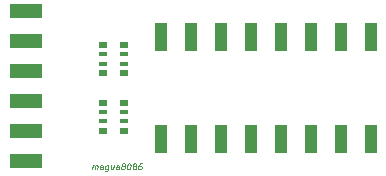
<source format=gbr>
%TF.GenerationSoftware,KiCad,Pcbnew,(5.1.10)-1*%
%TF.CreationDate,2021-08-16T02:03:12+08:00*%
%TF.ProjectId,Pmod-8switch,506d6f64-2d38-4737-9769-7463682e6b69,rev?*%
%TF.SameCoordinates,Original*%
%TF.FileFunction,Soldermask,Top*%
%TF.FilePolarity,Negative*%
%FSLAX46Y46*%
G04 Gerber Fmt 4.6, Leading zero omitted, Abs format (unit mm)*
G04 Created by KiCad (PCBNEW (5.1.10)-1) date 2021-08-16 02:03:12*
%MOMM*%
%LPD*%
G01*
G04 APERTURE LIST*
%ADD10C,0.100000*%
%ADD11R,2.800000X1.200000*%
%ADD12R,1.120000X2.440000*%
%ADD13R,0.800000X0.500000*%
%ADD14R,0.800000X0.400000*%
G04 APERTURE END LIST*
D10*
X160157147Y-131442590D02*
X160198814Y-131109257D01*
X160192861Y-131156876D02*
X160219647Y-131133066D01*
X160270242Y-131109257D01*
X160341671Y-131109257D01*
X160386314Y-131133066D01*
X160404171Y-131180685D01*
X160371433Y-131442590D01*
X160404171Y-131180685D02*
X160433933Y-131133066D01*
X160484528Y-131109257D01*
X160555957Y-131109257D01*
X160600600Y-131133066D01*
X160618457Y-131180685D01*
X160585719Y-131442590D01*
X161038100Y-131442590D02*
X161070838Y-131180685D01*
X161052980Y-131133066D01*
X161008338Y-131109257D01*
X160913100Y-131109257D01*
X160862504Y-131133066D01*
X161041076Y-131418780D02*
X160990480Y-131442590D01*
X160871433Y-131442590D01*
X160826790Y-131418780D01*
X160808933Y-131371161D01*
X160814885Y-131323542D01*
X160844647Y-131275923D01*
X160895242Y-131252114D01*
X161014290Y-131252114D01*
X161064885Y-131228304D01*
X161532147Y-131109257D02*
X161481552Y-131514019D01*
X161451790Y-131561638D01*
X161425004Y-131585447D01*
X161374409Y-131609257D01*
X161302980Y-131609257D01*
X161258338Y-131585447D01*
X161493457Y-131418780D02*
X161442861Y-131442590D01*
X161347623Y-131442590D01*
X161302980Y-131418780D01*
X161282147Y-131394971D01*
X161264290Y-131347352D01*
X161282147Y-131204495D01*
X161311909Y-131156876D01*
X161338695Y-131133066D01*
X161389290Y-131109257D01*
X161484528Y-131109257D01*
X161529171Y-131133066D01*
X161984528Y-131109257D02*
X161942861Y-131442590D01*
X161770242Y-131109257D02*
X161737504Y-131371161D01*
X161755361Y-131418780D01*
X161800004Y-131442590D01*
X161871433Y-131442590D01*
X161922028Y-131418780D01*
X161948814Y-131394971D01*
X162395242Y-131442590D02*
X162427980Y-131180685D01*
X162410123Y-131133066D01*
X162365480Y-131109257D01*
X162270242Y-131109257D01*
X162219647Y-131133066D01*
X162398219Y-131418780D02*
X162347623Y-131442590D01*
X162228576Y-131442590D01*
X162183933Y-131418780D01*
X162166076Y-131371161D01*
X162172028Y-131323542D01*
X162201790Y-131275923D01*
X162252385Y-131252114D01*
X162371433Y-131252114D01*
X162422028Y-131228304D01*
X162740480Y-131156876D02*
X162695838Y-131133066D01*
X162675004Y-131109257D01*
X162657147Y-131061638D01*
X162660123Y-131037828D01*
X162689885Y-130990209D01*
X162716671Y-130966400D01*
X162767266Y-130942590D01*
X162862504Y-130942590D01*
X162907147Y-130966400D01*
X162927980Y-130990209D01*
X162945838Y-131037828D01*
X162942861Y-131061638D01*
X162913100Y-131109257D01*
X162886314Y-131133066D01*
X162835719Y-131156876D01*
X162740480Y-131156876D01*
X162689885Y-131180685D01*
X162663100Y-131204495D01*
X162633338Y-131252114D01*
X162621433Y-131347352D01*
X162639290Y-131394971D01*
X162660123Y-131418780D01*
X162704766Y-131442590D01*
X162800004Y-131442590D01*
X162850600Y-131418780D01*
X162877385Y-131394971D01*
X162907147Y-131347352D01*
X162919052Y-131252114D01*
X162901195Y-131204495D01*
X162880361Y-131180685D01*
X162835719Y-131156876D01*
X163267266Y-130942590D02*
X163314885Y-130942590D01*
X163359528Y-130966400D01*
X163380361Y-130990209D01*
X163398219Y-131037828D01*
X163410123Y-131133066D01*
X163395242Y-131252114D01*
X163359528Y-131347352D01*
X163329766Y-131394971D01*
X163302980Y-131418780D01*
X163252385Y-131442590D01*
X163204766Y-131442590D01*
X163160123Y-131418780D01*
X163139290Y-131394971D01*
X163121433Y-131347352D01*
X163109528Y-131252114D01*
X163124409Y-131133066D01*
X163160123Y-131037828D01*
X163189885Y-130990209D01*
X163216671Y-130966400D01*
X163267266Y-130942590D01*
X163692861Y-131156876D02*
X163648219Y-131133066D01*
X163627385Y-131109257D01*
X163609528Y-131061638D01*
X163612504Y-131037828D01*
X163642266Y-130990209D01*
X163669052Y-130966400D01*
X163719647Y-130942590D01*
X163814885Y-130942590D01*
X163859528Y-130966400D01*
X163880361Y-130990209D01*
X163898219Y-131037828D01*
X163895242Y-131061638D01*
X163865480Y-131109257D01*
X163838695Y-131133066D01*
X163788100Y-131156876D01*
X163692861Y-131156876D01*
X163642266Y-131180685D01*
X163615480Y-131204495D01*
X163585719Y-131252114D01*
X163573814Y-131347352D01*
X163591671Y-131394971D01*
X163612504Y-131418780D01*
X163657147Y-131442590D01*
X163752385Y-131442590D01*
X163802980Y-131418780D01*
X163829766Y-131394971D01*
X163859528Y-131347352D01*
X163871433Y-131252114D01*
X163853576Y-131204495D01*
X163832742Y-131180685D01*
X163788100Y-131156876D01*
X164338695Y-130942590D02*
X164243457Y-130942590D01*
X164192861Y-130966400D01*
X164166076Y-130990209D01*
X164109528Y-131061638D01*
X164073814Y-131156876D01*
X164050004Y-131347352D01*
X164067861Y-131394971D01*
X164088695Y-131418780D01*
X164133338Y-131442590D01*
X164228576Y-131442590D01*
X164279171Y-131418780D01*
X164305957Y-131394971D01*
X164335719Y-131347352D01*
X164350600Y-131228304D01*
X164332742Y-131180685D01*
X164311909Y-131156876D01*
X164267266Y-131133066D01*
X164172028Y-131133066D01*
X164121433Y-131156876D01*
X164094647Y-131180685D01*
X164064885Y-131228304D01*
D11*
%TO.C,PMOD1*%
X154533600Y-118071900D03*
X154533600Y-120611900D03*
X154533600Y-123151900D03*
X154533600Y-125691900D03*
X154533600Y-128231900D03*
X154533600Y-130771900D03*
%TD*%
D12*
%TO.C,SW1*%
X165963600Y-120243900D03*
X183743600Y-128853900D03*
X168503600Y-120243900D03*
X181203600Y-128853900D03*
X171043600Y-120243900D03*
X178663600Y-128853900D03*
X173583600Y-120243900D03*
X176123600Y-128853900D03*
X176123600Y-120243900D03*
X173583600Y-128853900D03*
X178663600Y-120243900D03*
X171043600Y-128853900D03*
X181203600Y-120243900D03*
X168503600Y-128853900D03*
X183743600Y-120243900D03*
X165963600Y-128853900D03*
%TD*%
D13*
%TO.C,RN2*%
X161050400Y-125792000D03*
D14*
X161050400Y-126592000D03*
D13*
X161050400Y-128192000D03*
D14*
X161050400Y-127392000D03*
D13*
X162850400Y-125792000D03*
D14*
X162850400Y-127392000D03*
X162850400Y-126592000D03*
D13*
X162850400Y-128192000D03*
%TD*%
%TO.C,RN1*%
X161050400Y-120905800D03*
D14*
X161050400Y-121705800D03*
D13*
X161050400Y-123305800D03*
D14*
X161050400Y-122505800D03*
D13*
X162850400Y-120905800D03*
D14*
X162850400Y-122505800D03*
X162850400Y-121705800D03*
D13*
X162850400Y-123305800D03*
%TD*%
M02*

</source>
